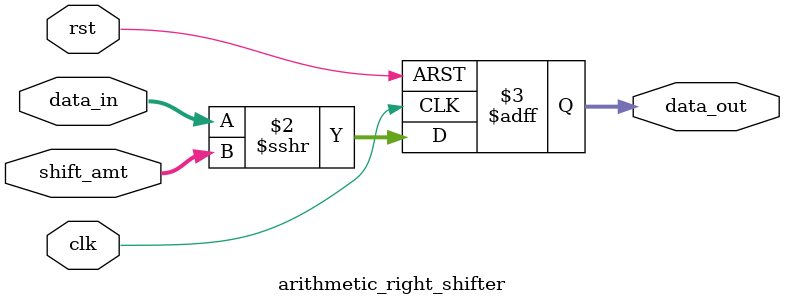
<source format=v>
module arithmetic_right_shifter (clk,rst,data_in,shift_amt,data_out);

    input clk,rst;
    input [3:0] data_in;
    input [1:0] shift_amt;
    output reg [3:0] data_out;

	always @(posedge clk or posedge rst)
	begin
	
		if (rst)
			data_out <= 4'b0000;
		else
			data_out <= $signed(data_in) >>> shift_amt; 
			
	end

endmodule

</source>
